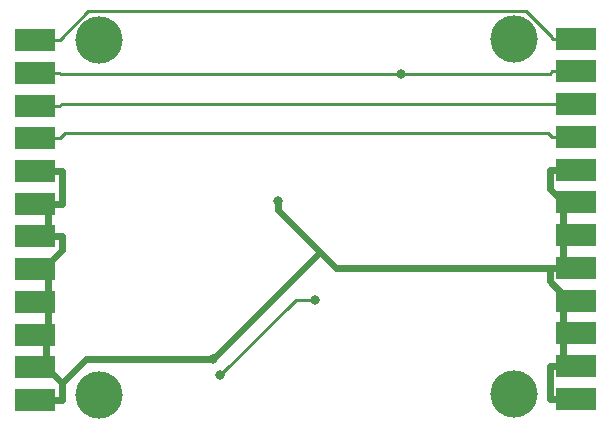
<source format=gbr>
%TF.GenerationSoftware,KiCad,Pcbnew,(6.0.2)*%
%TF.CreationDate,2022-08-16T14:57:48-05:00*%
%TF.ProjectId,REF1300,52454631-3330-4302-9e6b-696361645f70,rev?*%
%TF.SameCoordinates,Original*%
%TF.FileFunction,Copper,L2,Bot*%
%TF.FilePolarity,Positive*%
%FSLAX46Y46*%
G04 Gerber Fmt 4.6, Leading zero omitted, Abs format (unit mm)*
G04 Created by KiCad (PCBNEW (6.0.2)) date 2022-08-16 14:57:48*
%MOMM*%
%LPD*%
G01*
G04 APERTURE LIST*
%TA.AperFunction,ComponentPad*%
%ADD10C,4.000000*%
%TD*%
%TA.AperFunction,SMDPad,CuDef*%
%ADD11R,3.480000X1.846667*%
%TD*%
%TA.AperFunction,ViaPad*%
%ADD12C,0.800000*%
%TD*%
%TA.AperFunction,Conductor*%
%ADD13C,0.250000*%
%TD*%
%TA.AperFunction,Conductor*%
%ADD14C,0.600000*%
%TD*%
G04 APERTURE END LIST*
D10*
%TO.P,Hole2,1*%
%TO.N,N/C*%
X163620000Y-84536000D03*
%TD*%
%TO.P,Hole1,1*%
%TO.N,N/C*%
X128492000Y-84641000D03*
%TD*%
%TO.P,Hole4,1*%
%TO.N,N/C*%
X163646000Y-114607000D03*
%TD*%
D11*
%TO.P,J2,14,P14*%
%TO.N,/Line_Feed*%
X168877000Y-84528000D03*
%TO.P,J2,15,P15*%
%TO.N,/Error*%
X168877000Y-87298000D03*
%TO.P,J2,16,P16*%
%TO.N,/Reset*%
X168877000Y-90068000D03*
%TO.P,J2,17,P17*%
%TO.N,/Select_Printer*%
X168877000Y-92838000D03*
%TO.P,J2,18,P18*%
%TO.N,/GND*%
X168877000Y-95608000D03*
%TO.P,J2,19,P19*%
X168877000Y-98378000D03*
%TO.P,J2,20,P20*%
X168877000Y-101148000D03*
%TO.P,J2,21,P21*%
X168877000Y-103918000D03*
%TO.P,J2,22,P22*%
X168877000Y-106688000D03*
%TO.P,J2,23,P23*%
X168877000Y-109458000D03*
%TO.P,J2,24,P24*%
X168877000Y-112228000D03*
%TO.P,J2,25,P25*%
X168877000Y-114998000D03*
%TD*%
D10*
%TO.P,Hole3,1*%
%TO.N,N/C*%
X128474000Y-114701000D03*
%TD*%
D11*
%TO.P,J1,25,P25*%
%TO.N,/GND*%
X123059000Y-115108000D03*
%TO.P,J1,24,P24*%
X123059000Y-112338000D03*
%TO.P,J1,23,P23*%
X123059000Y-109568000D03*
%TO.P,J1,22,P22*%
X123059000Y-106798000D03*
%TO.P,J1,21,P21*%
X123059000Y-104028000D03*
%TO.P,J1,20,P20*%
X123059000Y-101258000D03*
%TO.P,J1,19,P19*%
X123059000Y-98488000D03*
%TO.P,J1,18,P18*%
X123059000Y-95718000D03*
%TO.P,J1,17,P17*%
%TO.N,/Select_Printer*%
X123059000Y-92948000D03*
%TO.P,J1,16,P16*%
%TO.N,/Reset*%
X123059000Y-90178000D03*
%TO.P,J1,15,P15*%
%TO.N,/Error*%
X123059000Y-87408000D03*
%TO.P,J1,14,P14*%
%TO.N,/Line_Feed*%
X123059000Y-84638000D03*
%TD*%
D12*
%TO.N,/Male_BUSY*%
X138751800Y-113005100D03*
X146732600Y-106628400D03*
%TO.N,/GND*%
X138134600Y-111619000D03*
X143581500Y-98273600D03*
%TO.N,/Error*%
X154007200Y-87469100D03*
%TD*%
D13*
%TO.N,/Male_BUSY*%
X146732600Y-106628400D02*
X145128500Y-106628400D01*
X145128500Y-106628400D02*
X138751800Y-113005100D01*
D14*
%TO.N,/GND*%
X138134600Y-111619000D02*
X127338200Y-111619000D01*
X166636900Y-97257900D02*
X166636900Y-95608000D01*
X168877000Y-112228000D02*
X167757000Y-112228000D01*
X166636900Y-114998000D02*
X166636900Y-112228000D01*
X123059000Y-106798000D02*
X124179100Y-106798000D01*
X124179100Y-98488000D02*
X125299100Y-98488000D01*
X125299100Y-95718000D02*
X125299100Y-98488000D01*
X167757000Y-101148000D02*
X167757000Y-98378000D01*
X167757000Y-109458000D02*
X167757000Y-106688000D01*
X124179100Y-109568000D02*
X123979000Y-109768100D01*
X123059000Y-104028000D02*
X123619100Y-104028000D01*
X166636900Y-105078000D02*
X166636900Y-103918000D01*
X168877000Y-95608000D02*
X166636900Y-95608000D01*
X123979000Y-112338000D02*
X125299100Y-113658100D01*
X168877000Y-109458000D02*
X167757000Y-109458000D01*
X123979000Y-109768100D02*
X123979000Y-112338000D01*
X138134600Y-111619000D02*
X147164300Y-102589300D01*
X123059000Y-109568000D02*
X124179100Y-109568000D01*
X124179100Y-104028000D02*
X124179100Y-106798000D01*
X168877000Y-101148000D02*
X167757000Y-101148000D01*
X123059000Y-98488000D02*
X124179100Y-98488000D01*
X168246900Y-106688000D02*
X166636900Y-105078000D01*
X123059000Y-112338000D02*
X123979000Y-112338000D01*
X148493000Y-103918000D02*
X147164300Y-102589300D01*
X167757000Y-103918000D02*
X167757000Y-101148000D01*
X123059000Y-115108000D02*
X125299100Y-115108000D01*
X168317000Y-106688000D02*
X167757000Y-106688000D01*
X168317000Y-106688000D02*
X168246900Y-106688000D01*
X123689000Y-104028000D02*
X125299100Y-102417900D01*
X124179100Y-101258000D02*
X125299100Y-101258000D01*
X123059000Y-95718000D02*
X125299100Y-95718000D01*
X124179100Y-98488000D02*
X124179100Y-101258000D01*
X166636900Y-103918000D02*
X148493000Y-103918000D01*
X167757000Y-112228000D02*
X166636900Y-112228000D01*
X168877000Y-98378000D02*
X167757000Y-98378000D01*
X125299100Y-113658100D02*
X125299100Y-115108000D01*
X167757000Y-98378000D02*
X166636900Y-97257900D01*
X123619100Y-104028000D02*
X124179100Y-104028000D01*
X168877000Y-114998000D02*
X166636900Y-114998000D01*
X127338200Y-111619000D02*
X125299100Y-113658100D01*
X123619100Y-104028000D02*
X123689000Y-104028000D01*
X167757000Y-103918000D02*
X166636900Y-103918000D01*
X168877000Y-106688000D02*
X168317000Y-106688000D01*
X147164300Y-102589300D02*
X143581500Y-99006500D01*
X123059000Y-101258000D02*
X124179100Y-101258000D01*
X124179100Y-106798000D02*
X124179100Y-109568000D01*
X167757000Y-112228000D02*
X167757000Y-109458000D01*
X143581500Y-99006500D02*
X143581500Y-98273600D01*
X125299100Y-102417900D02*
X125299100Y-101258000D01*
X168877000Y-103918000D02*
X167757000Y-103918000D01*
D13*
%TO.N,/Error*%
X123059000Y-87408000D02*
X125124100Y-87408000D01*
X154007200Y-87469100D02*
X166640800Y-87469100D01*
X125124100Y-87408000D02*
X125185200Y-87469100D01*
X166640800Y-87469100D02*
X166811900Y-87298000D01*
X125185200Y-87469100D02*
X154007200Y-87469100D01*
X168877000Y-87298000D02*
X166811900Y-87298000D01*
%TO.N,/Select_Printer*%
X166811900Y-92838000D02*
X166490300Y-92516400D01*
X125555700Y-92516400D02*
X125124100Y-92948000D01*
X168877000Y-92838000D02*
X166811900Y-92838000D01*
X123059000Y-92948000D02*
X125124100Y-92948000D01*
X166490300Y-92516400D02*
X125555700Y-92516400D01*
%TO.N,/Reset*%
X123059000Y-90178000D02*
X125124100Y-90178000D01*
X168877000Y-90068000D02*
X125234100Y-90068000D01*
X125234100Y-90068000D02*
X125124100Y-90178000D01*
%TO.N,/Line_Feed*%
X164627600Y-82187700D02*
X127574400Y-82187700D01*
X127574400Y-82187700D02*
X125124100Y-84638000D01*
X168877000Y-84528000D02*
X166811900Y-84528000D01*
X166811900Y-84528000D02*
X166811900Y-84372000D01*
X166811900Y-84372000D02*
X164627600Y-82187700D01*
X123059000Y-84638000D02*
X125124100Y-84638000D01*
%TD*%
M02*

</source>
